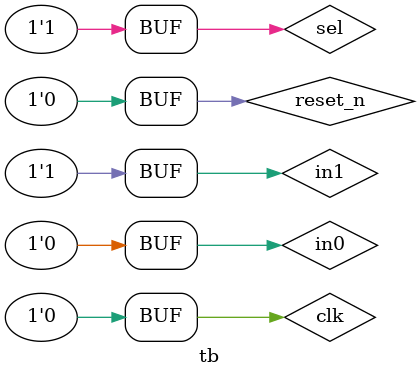
<source format=v>

`include "q2.v"
`timescale 1us/1us

module tb ();

initial begin : GTKWAVE
    $dumpfile("tb.vcd");
    $dumpvars(0, tb);
end

// I/O
reg reset_n, clk, in0, in1, sel;
wire d1, out;

// CLOCK (start @ 0, 10us pulses, 5 cycles)
parameter cycles = 10;
initial begin : CLOCK
    clk = 0;
    repeat (cycles) begin
        #10 clk = ~clk;
    end
end

initial begin : stimmychecks
    in0 = 1'b0;
    in1 = 1'b1;
    reset_n = 1'b1;

    #10 // first posedge clk
    sel = 1'b1; // send in1 to d1

    #20
    sel = 1'b0; // send in0 to d1

    #20
    sel = 1'b1; // send in1 to d1

    #25 // middle of clk on
    reset_n = 1'b0; // reset!
    

end

// Module instantiation
ss U1 (
    .reset_n(reset_n),
    .clk(clk),
    .in0(in0),
    .in1(in1),
    .sel(sel),
    .d1(d1),
    .out(out)
);

endmodule
</source>
